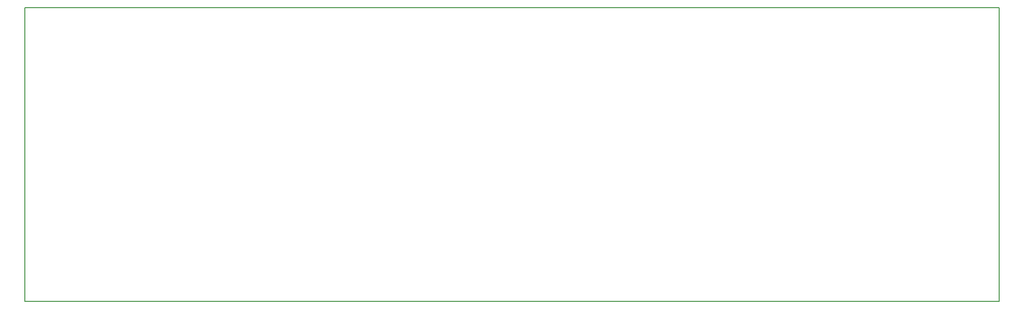
<source format=gbr>
G04 DipTrace 2.4.0.2*
%INBoardOutline.gbr*%
%MOIN*%
%ADD11C,0.006*%
%FSLAX44Y44*%
G04*
G70*
G90*
G75*
G01*
%LNBoardOutline*%
%LPD*%
X3940Y24440D2*
D11*
Y3940D1*
X71940D1*
Y24440D1*
X3940D1*
M02*

</source>
